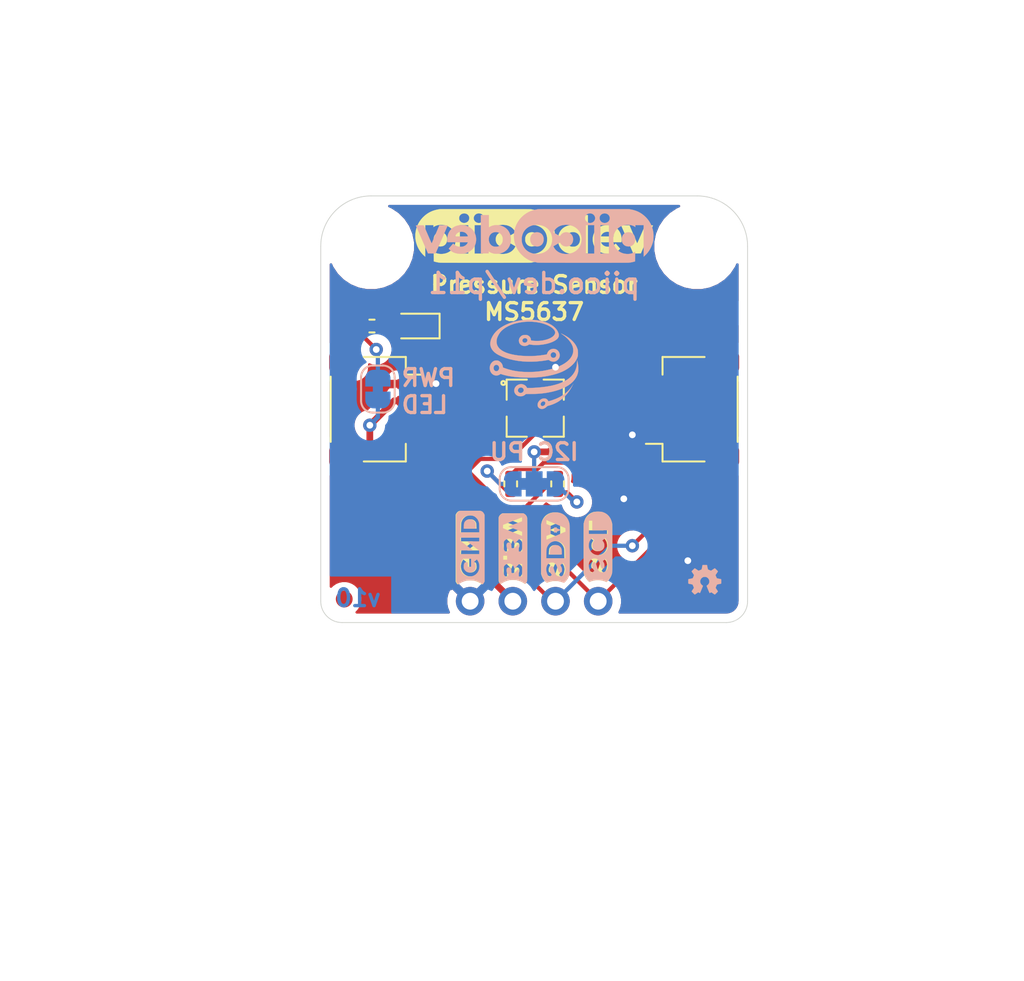
<source format=kicad_pcb>
(kicad_pcb (version 20171130) (host pcbnew "(5.1.8-44-gfd79c7ae46)-1")
  (title_block (title "PiicoDev Ambient Light Sensor VEML6030") (date 2021-03-23) (rev 10) (company "Core Electronics") (comment 1 "Designed at Core Electronics by Michael Ruppe") (comment 2 "PiicoDev and the PiicoDev logo are trademarks of Core Electronics Pty Ltd.") (comment 3 "License: CCASAv4.0 http://creativecommons.org/licenses/by-sa/4.0") (comment 4 "based off: https://www.sparkfun.com/products/15436"))
  (layers (0 F.Cu signal) (31 B.Cu signal) (34 B.Paste user) (35 F.Paste user) (36 B.SilkS user) (37 F.SilkS user) (38 B.Mask user) (39 F.Mask user) (44 Edge.Cuts user))
  (net 0 "")
  (net 1 +3V3)
  (net 2 GND)
  (net 3 "Net-(D1-Pad2)")
  (net 4 /SCL)
  (net 5 /SDA)
  (net 6 "Net-(JP1-Pad2)")
  (net 7 "Net-(JP3-Pad3)")
  (net 8 "Net-(JP3-Pad1)")
  (module CoreElectronics_Components:TE_MS5637 (layer F.Cu) (at 12.7635 12.6365)
    (fp_text reference U1 hide)
    (fp_text value MS5637)
    (pad 4 smd roundrect (at 1 -1) (size 1 1) (layers F.Cu F.Paste F.Mask) (net 2 GND))
    (pad 3 smd roundrect (at 1 1) (size 1 1) (layers F.Cu F.Paste F.Mask) (net 4 /SCL))
    (pad 1 smd rect (at -1 -1) (size 1 1) (layers F.Cu F.Paste F.Mask) (net 1 +3V3))
    (pad 2 smd roundrect (at -1 1) (size 1 1) (drill (offset 0.05 0)) (layers F.Cu F.Paste F.Mask) (net 5 /SDA))
  )
  (module Resistor_SMD:R_0402_1005Metric (layer F.Cu) (at 3.048 7.747)
    (fp_text reference R1 hide)
    (fp_text value 4k7 hide)
    (pad 2 smd roundrect (at 0.51 0) (size 0.54 0.64) (layers F.Cu F.Paste F.Mask) (net 3 "Net-(D1-Pad2)"))
    (pad 1 smd roundrect (at -0.51 0) (size 0.54 0.64) (layers F.Cu F.Paste F.Mask) (net 6 "Net-(JP1-Pad2)"))
  )
  (module CoreElectronics_Components:PiicoDev_header_4pin (layer B.Cu) (at 8.89 24.13 270)
    (fp_text reference J3)
    (fp_text value Conn_PiicoDev_header_01x04_Male)
    (pad 1 thru_hole circle (at 0 0 270) (size 1.7 1.7) (drill 1) (layers *.Cu *.Mask) (net 2 GND))
    (pad 2 thru_hole oval (at 0 -2.54 270) (size 1.7 1.7) (drill 1) (layers *.Cu *.Mask) (net 1 +3V3))
    (pad 3 thru_hole oval (at 0 -5.08 270) (size 1.7 1.7) (drill 1) (layers *.Cu *.Mask) (net 5 /SDA))
    (pad 4 thru_hole oval (at 0 -7.62 270) (size 1.7 1.7) (drill 1) (layers *.Cu *.Mask) (net 4 /SCL))
  )
  (module CoreElectronics_Artwork:CoreElectronics_logo_5mm (layer B.Cu) (at 12.7 10.033 180)
    (fp_text reference G1 hide)
    (fp_text value LOGO_CoreElectronics_no-text hide)
  )
  (module CoreElectronics_Components:MountingHole_2.7mm_M2.5_PadClearance_1.2 (layer F.Cu) (at 22.4 3)
    (fp_text reference H4 hide)
    (fp_text value MountingHole)
    (pad 1 np_thru_hole circle (at 0 0) (size 2.7 2.7) (drill 2.7) (layers *.Cu *.Mask))
  )
  (module CoreElectronics_Components:MountingHole_2.7mm_M2.5_PadClearance_1.2 (layer F.Cu) (at 3 3)
    (fp_text reference H1 hide)
    (fp_text value MountingHole)
    (pad 1 np_thru_hole circle (at 0 0) (size 2.7 2.7) (drill 2.7) (layers *.Cu *.Mask))
  )
  (module CoreElectronics_Artwork:piicodev_logo_14.2x3.4mm (layer B.Cu) (at 12.715953 2.4892 180)
    (fp_text reference G3 hide)
    (fp_text value LOGO_made-with-love hide)
  )
  (module CoreElectronics_Artwork:piicodev_logo_14.2x3.4mm (layer F.Cu) (at 12.715953 2.4892)
    (fp_text reference G2 hide)
    (fp_text value LOGO_piico hide)
  )
  (module Resistor_SMD:R_0402_1005Metric (layer F.Cu) (at 11.303 17.145 90)
    (fp_text reference R4 hide)
    (fp_text value 4k7 hide)
    (pad 2 smd roundrect (at 0.51 0 90) (size 0.54 0.64) (layers F.Cu F.Paste F.Mask) (net 5 /SDA))
    (pad 1 smd roundrect (at -0.51 0 90) (size 0.54 0.64) (layers F.Cu F.Paste F.Mask) (net 8 "Net-(JP3-Pad1)"))
  )
  (module Resistor_SMD:R_0402_1005Metric (layer F.Cu) (at 14.097 17.145 90)
    (fp_text reference R3 hide)
    (fp_text value 4k7 hide)
    (pad 2 smd roundrect (at 0.51 0 90) (size 0.54 0.64) (layers F.Cu F.Paste F.Mask) (net 4 /SCL))
    (pad 1 smd roundrect (at -0.51 0 90) (size 0.54 0.64) (layers F.Cu F.Paste F.Mask) (net 7 "Net-(JP3-Pad3)"))
  )
  (module CoreElectronics_Components:SolderJumper-3_P1.3mm_Closed_RoundedPad1.0x1.5mm_NumberLabels (layer B.Cu) (at 12.7 17.145)
    (fp_text reference JP3 hide)
    (fp_text value "I2C PU")
    (fp_poly (pts (xy 0.8 -0.3) (xy -0.8 -0.3) (xy -0.8 0.3) (xy 0.8 0.3)) (layer B.Cu) (width 0.1))
    (pad 1 smd custom (at -1.3 0) (size 1 0.5) (layers B.Cu B.Mask) (net 8 "Net-(JP3-Pad1)") (options (clearance outline) (anchor rect)) (primitives (gr_circle (center 0 -0.25) (end 0.5 -0.25) (width 0)) (gr_circle (center 0 0.25) (end 0.5 0.25) (width 0)) (gr_poly (pts (xy 0.55 0.75) (xy 0 0.75) (xy 0 -0.75) (xy 0.55 -0.75)) (width 0))))
    (pad 3 smd custom (at 1.3 0) (size 1 0.5) (layers B.Cu B.Mask) (net 7 "Net-(JP3-Pad3)") (options (clearance outline) (anchor rect)) (primitives (gr_circle (center 0 -0.25) (end 0.5 -0.25) (width 0)) (gr_circle (center 0 0.25) (end 0.5 0.25) (width 0)) (gr_poly (pts (xy -0.55 0.75) (xy 0 0.75) (xy 0 -0.75) (xy -0.55 -0.75)) (width 0))))
    (pad 2 smd rect (at 0 0) (size 1 1.5) (layers B.Cu B.Mask) (net 1 +3V3))
  )
  (module Fiducial:Fiducial_1mm_Mask2mm (layer F.Cu) (at 24.003 6.985)
    (fp_text reference FID2 hide)
    (fp_text value Fiducial)
    (pad "" smd circle (at 0 0) (size 1 1) (layers F.Cu F.Mask) (clearance 0.5))
  )
  (module Fiducial:Fiducial_1mm_Mask2mm (layer F.Cu) (at 1.397 24.003)
    (fp_text reference FID1 hide)
    (fp_text value Fiducial)
    (pad "" smd circle (at 0 0) (size 1 1) (layers F.Cu F.Mask) (clearance 0.5))
  )
  (module CoreElectronics_Logos:oshw (layer B.Cu) (at 22.86 22.86 180)
    (fp_text reference LOGO1 hide)
    (fp_text value Logo_Open_Hardware_Small hide)
  )
  (module Jumper:SolderJumper-2_P1.3mm_Bridged_RoundedPad1.0x1.5mm (layer B.Cu) (at 3.4 11.5 90)
    (fp_text reference JP1 hide)
    (fp_text value LED hide)
    (fp_poly (pts (xy 0.25 0.3) (xy -0.25 0.3) (xy -0.25 -0.3) (xy 0.25 -0.3)) (layer B.Cu) (width 0))
    (pad 1 smd custom (at -0.65 0 90) (size 1 0.5) (layers B.Cu B.Mask) (net 1 +3V3) (options (clearance outline) (anchor rect)) (primitives (gr_circle (center 0 -0.25) (end 0.5 -0.25) (width 0)) (gr_circle (center 0 0.25) (end 0.5 0.25) (width 0)) (gr_poly (pts (xy 0 0.75) (xy 0.5 0.75) (xy 0.5 -0.75) (xy 0 -0.75)) (width 0))))
    (pad 2 smd custom (at 0.65 0 90) (size 1 0.5) (layers B.Cu B.Mask) (net 6 "Net-(JP1-Pad2)") (options (clearance outline) (anchor rect)) (primitives (gr_circle (center 0 -0.25) (end 0.5 -0.25) (width 0)) (gr_circle (center 0 0.25) (end 0.5 0.25) (width 0)) (gr_poly (pts (xy 0 0.75) (xy -0.5 0.75) (xy -0.5 -0.75) (xy 0 -0.75)) (width 0))))
  )
  (module Connector_JST:JST_SH_SM04B-SRSS-TB_1x04-1MP_P1.00mm_Horizontal (layer F.Cu) (at 22.1234 12.7 90)
    (fp_text reference J2 hide)
    (fp_text value " " hide)
    (pad 1 smd roundrect (at -1.5 -2 90) (size 0.6 1.55) (layers F.Cu F.Paste F.Mask) (net 2 GND))
    (pad 2 smd roundrect (at -0.5 -2 90) (size 0.6 1.55) (layers F.Cu F.Paste F.Mask) (net 1 +3V3))
    (pad 3 smd roundrect (at 0.5 -2 90) (size 0.6 1.55) (layers F.Cu F.Paste F.Mask) (net 5 /SDA))
    (pad 4 smd roundrect (at 1.5 -2 90) (size 0.6 1.55) (layers F.Cu F.Paste F.Mask) (net 4 /SCL))
    (pad MP smd roundrect (at -2.8 1.875 90) (size 1.2 1.8) (layers F.Cu F.Paste F.Mask) (roundrect_rratio 0.2083325))
    (pad MP smd roundrect (at 2.8 1.875 90) (size 1.2 1.8) (layers F.Cu F.Paste F.Mask) (roundrect_rratio 0.2083325))
  )
  (module Connector_JST:JST_SH_SM04B-SRSS-TB_1x04-1MP_P1.00mm_Horizontal (layer F.Cu) (at 3.2766 12.7 270)
    (fp_text reference J1 hide)
    (fp_text value " " hide)
    (pad MP smd roundrect (at 2.8 1.875 270) (size 1.2 1.8) (layers F.Cu F.Paste F.Mask) (roundrect_rratio 0.2083325))
    (pad MP smd roundrect (at -2.8 1.875 270) (size 1.2 1.8) (layers F.Cu F.Paste F.Mask) (roundrect_rratio 0.2083325))
    (pad 4 smd roundrect (at 1.5 -2 270) (size 0.6 1.55) (layers F.Cu F.Paste F.Mask) (net 4 /SCL))
    (pad 3 smd roundrect (at 0.5 -2 270) (size 0.6 1.55) (layers F.Cu F.Paste F.Mask) (net 5 /SDA))
    (pad 2 smd roundrect (at -0.5 -2 270) (size 0.6 1.55) (layers F.Cu F.Paste F.Mask) (net 1 +3V3))
    (pad 1 smd roundrect (at -1.5 -2 270) (size 0.6 1.55) (layers F.Cu F.Paste F.Mask) (net 2 GND))
  )
  (module LED_SMD:LED_0603_1608Metric (layer F.Cu) (at 5.588 7.747 180)
    (fp_text reference D1 hide)
    (fp_text value LED hide)
    (pad 1 smd roundrect (at -0.7875 0 180) (size 0.875 0.95) (layers F.Cu F.Paste F.Mask) (net 2 GND))
    (pad 2 smd roundrect (at 0.7875 0 180) (size 0.875 0.95) (layers F.Cu F.Paste F.Mask) (net 3 "Net-(D1-Pad2)"))
  )
  (module Capacitor_SMD:C_0402_1005Metric (layer F.Cu) (at 12.192 10.16 180)
    (fp_text reference C1 hide)
    (fp_text value 100n hide)
    (pad 1 smd roundrect (at -0.485 0 180) (size 0.59 0.64) (layers F.Cu F.Paste F.Mask) (net 2 GND))
    (pad 2 smd roundrect (at 0.485 0 180) (size 0.59 0.64) (layers F.Cu F.Paste F.Mask) (net 1 +3V3))
  )
  (gr_arc (start 22.4 3) (end 25.4 3) (angle -90) (layer Edge.Cuts) (width 0.05))
  (gr_arc (start 3 3) (end 3 0) (angle -90) (layer Edge.Cuts) (width 0.05))
  (gr_arc (start 24.13 24.13) (end 24.13 25.4) (angle -90) (layer Edge.Cuts) (width 0.05))
  (gr_arc (start 1.27 24.13) (end 0 24.13) (angle -90) (layer Edge.Cuts) (width 0.05))
  (gr_line (start 24.13 25.4) (end 1.27 25.4) (layer Edge.Cuts) (width 0.05))
  (gr_line (start 25.4 3) (end 25.4 24.13) (layer Edge.Cuts) (width 0.05))
  (gr_line (start 3 0) (end 22.4 0) (layer Edge.Cuts) (width 0.05))
  (gr_line (start 0 24.13) (end 0 3) (layer Edge.Cuts) (width 0.05))
  (gr_text piico.dev/p11 (at 12.7 5.207) (layer B.SilkS) (effects (font (size 1.2 1.2) (thickness 0.2)) (justify mirror)))
  (gr_text "PWR\nLED" (at 4.699 11.6365) (layer B.SilkS) (effects (font (size 1 1) (thickness 0.2)) (justify right mirror)))
  (gr_text "I2C PU" (at 12.7 15.24) (layer B.SilkS) (effects (font (size 1 1) (thickness 0.2)) (justify mirror)))
  (gr_text v10 (at 3.683 23.9395) (layer B.Cu) (effects (font (size 1 1) (thickness 0.2)) (justify left mirror)))
  (gr_text "Pressure Sensor\nMS5637" (at 12.7 6.096) (layer F.SilkS) (effects (font (size 1 1) (thickness 0.2))))
  (segment (start 5.2766 12.2) (end 4.818 12.2) (width 0.25) (layer F.Cu) (net 1))
  (via (at 2.921008 13.6525) (size 0.8) (drill 0.4) (layers F.Cu B.Cu) (net 1))
  (segment (start 11.43 24.13) (end 2.921008 15.621008) (width 0.4) (layer F.Cu) (net 1))
  (segment (start 5.2766 12.2) (end 4.373508 12.2) (width 0.4) (layer F.Cu) (net 1))
  (segment (start 3.4 12.15) (end 3.4 13.173508) (width 0.25) (layer B.Cu) (net 1))
  (segment (start 3.4 13.173508) (end 2.921008 13.6525) (width 0.25) (layer B.Cu) (net 1))
  (segment (start 2.921008 15.621008) (end 2.921008 13.6525) (width 0.4) (layer F.Cu) (net 1))
  (segment (start 4.373508 12.2) (end 2.921008 13.6525) (width 0.4) (layer F.Cu) (net 1))
  (segment (start 11.2 12.2) (end 11.7635 11.6365) (width 0.4) (layer F.Cu) (net 1))
  (segment (start 5.2766 12.2) (end 11.2 12.2) (width 0.4) (layer F.Cu) (net 1))
  (segment (start 11.707 11.58) (end 11.7635 11.6365) (width 0.25) (layer F.Cu) (net 1))
  (segment (start 11.707 10.16) (end 11.707 11.58) (width 0.4) (layer F.Cu) (net 1))
  (segment (start 19.3484 13.2) (end 20.1234 13.2) (width 0.25) (layer F.Cu) (net 1))
  (segment (start 11.707 10.16) (end 11.707 9.84) (width 0.25) (layer F.Cu) (net 1))
  (segment (start 12.7 17.145) (end 12.7 15.24) (width 0.25) (layer B.Cu) (net 1))
  (via (at 12.7 15.24) (size 0.8) (drill 0.4) (layers F.Cu B.Cu) (net 1))
  (segment (start 13.594595 15.24) (end 12.7 15.24) (width 0.4) (layer F.Cu) (net 1))
  (segment (start 15.634595 13.2) (end 13.594595 15.24) (width 0.4) (layer F.Cu) (net 1))
  (segment (start 20.1234 13.2) (end 15.634595 13.2) (width 0.4) (layer F.Cu) (net 1))
  (segment (start 18.534 13.2) (end 19.3484 13.2) (width 0.4) (layer F.Cu) (net 1))
  (segment (start 14.478 9.144) (end 18.534 13.2) (width 0.4) (layer F.Cu) (net 1))
  (segment (start 12.192 9.144) (end 14.478 9.144) (width 0.4) (layer F.Cu) (net 1))
  (segment (start 11.707 9.629) (end 12.192 9.144) (width 0.4) (layer F.Cu) (net 1))
  (segment (start 11.707 9.84) (end 11.707 9.629) (width 0.4) (layer F.Cu) (net 1))
  (via (at 18.542 14.224) (size 0.8) (drill 0.4) (layers F.Cu B.Cu) (net 2))
  (segment (start 18.566 14.2) (end 18.542 14.224) (width 0.25) (layer F.Cu) (net 2))
  (segment (start 20.1234 14.2) (end 18.566 14.2) (width 0.25) (layer F.Cu) (net 2))
  (segment (start 5.2766 8.8459) (end 6.3755 7.747) (width 0.25) (layer F.Cu) (net 2))
  (segment (start 5.2766 11.2) (end 5.2766 8.8459) (width 0.25) (layer F.Cu) (net 2))
  (via (at 6.858 11.176) (size 0.8) (drill 0.4) (layers F.Cu B.Cu) (net 2))
  (segment (start 5.2766 11.2) (end 6.834 11.2) (width 0.25) (layer F.Cu) (net 2))
  (segment (start 6.834 11.2) (end 6.858 11.176) (width 0.25) (layer F.Cu) (net 2))
  (segment (start 13.7635 11.2465) (end 12.677 10.16) (width 0.4) (layer F.Cu) (net 2))
  (segment (start 13.7635 11.6365) (end 13.7635 11.2465) (width 0.25) (layer F.Cu) (net 2))
  (segment (start 12.677 10.16) (end 13.93199 10.16) (width 0.4) (layer F.Cu) (net 2))
  (via (at 13.97 10.19801) (size 0.8) (drill 0.4) (layers F.Cu B.Cu) (net 2))
  (segment (start 13.93199 10.16) (end 13.97 10.19801) (width 0.4) (layer F.Cu) (net 2))
  (via (at 21.844 21.717) (size 0.8) (drill 0.4) (layers F.Cu B.Cu) (net 2))
  (via (at 18.034 18.034) (size 0.8) (drill 0.4) (layers F.Cu B.Cu) (net 2))
  (segment (start 3.558 7.747) (end 4.8005 7.747) (width 0.25) (layer F.Cu) (net 3))
  (segment (start 6.58 14.2) (end 5.2766 14.2) (width 0.25) (layer F.Cu) (net 4))
  (segment (start 16.51 24.13) (end 11.557 19.177) (width 0.25) (layer F.Cu) (net 4))
  (segment (start 10.794 18.414) (end 10.668 18.288) (width 0.25) (layer F.Cu) (net 4))
  (segment (start 14.097 16.635) (end 12.318 18.414) (width 0.25) (layer F.Cu) (net 4))
  (segment (start 12.318 18.414) (end 12.318 18.416) (width 0.25) (layer F.Cu) (net 4))
  (segment (start 12.318 18.416) (end 11.557 19.177) (width 0.25) (layer F.Cu) (net 4))
  (segment (start 11.557 19.177) (end 10.668 18.288) (width 0.25) (layer F.Cu) (net 4))
  (segment (start 21.844 18.796) (end 16.51 24.13) (width 0.25) (layer F.Cu) (net 4))
  (segment (start 21.844 11.938) (end 21.844 18.796) (width 0.25) (layer F.Cu) (net 4))
  (segment (start 21.106 11.2) (end 21.844 11.938) (width 0.25) (layer F.Cu) (net 4))
  (segment (start 20.1234 11.2) (end 21.106 11.2) (width 0.25) (layer F.Cu) (net 4))
  (segment (start 9.488001 15.657999) (end 8.763 16.383) (width 0.25) (layer F.Cu) (net 4))
  (segment (start 11.242001 15.657999) (end 9.488001 15.657999) (width 0.25) (layer F.Cu) (net 4))
  (segment (start 13.2635 13.6365) (end 11.242001 15.657999) (width 0.25) (layer F.Cu) (net 4))
  (segment (start 8.763 16.383) (end 6.58 14.2) (width 0.25) (layer F.Cu) (net 4))
  (segment (start 13.7635 13.6365) (end 13.2635 13.6365) (width 0.25) (layer F.Cu) (net 4))
  (segment (start 10.668 18.288) (end 8.763 16.383) (width 0.25) (layer F.Cu) (net 4))
  (segment (start 17.271975 20.828025) (end 18.541993 20.828025) (width 0.25) (layer B.Cu) (net 5))
  (segment (start 13.97 24.13) (end 17.271975 20.828025) (width 0.25) (layer B.Cu) (net 5))
  (via (at 18.541993 20.828025) (size 0.8) (drill 0.4) (layers F.Cu B.Cu) (net 5))
  (segment (start 21.09 12.2) (end 20.1234 12.2) (width 0.25) (layer F.Cu) (net 5))
  (segment (start 21.2725 12.3825) (end 21.09 12.2) (width 0.25) (layer F.Cu) (net 5))
  (segment (start 18.541993 20.828025) (end 21.2725 18.097518) (width 0.25) (layer F.Cu) (net 5))
  (segment (start 12.8905 16.256) (end 13.2715 15.875) (width 0.25) (layer F.Cu) (net 5))
  (segment (start 11.682 16.256) (end 12.8905 16.256) (width 0.25) (layer F.Cu) (net 5))
  (segment (start 11.303 16.635) (end 11.682 16.256) (width 0.25) (layer F.Cu) (net 5))
  (segment (start 5.2766 13.2) (end 4.5016 13.2) (width 0.25) (layer F.Cu) (net 5))
  (segment (start 4.5016 13.2) (end 4.17659 13.52501) (width 0.25) (layer F.Cu) (net 5))
  (segment (start 4.17659 13.52501) (end 4.17659 14.546758) (width 0.25) (layer F.Cu) (net 5))
  (segment (start 13.759832 24.13) (end 13.97 24.13) (width 0.25) (layer F.Cu) (net 5))
  (segment (start 4.17659 14.546758) (end 13.759832 24.13) (width 0.25) (layer F.Cu) (net 5))
  (segment (start 13.2715 15.875) (end 21.2725 15.875) (width 0.25) (layer F.Cu) (net 5))
  (segment (start 21.2725 15.875) (end 21.2725 12.3825) (width 0.25) (layer F.Cu) (net 5))
  (segment (start 21.2725 18.097518) (end 21.2725 15.875) (width 0.25) (layer F.Cu) (net 5))
  (segment (start 11.327 13.2) (end 11.7635 13.6365) (width 0.25) (layer F.Cu) (net 5))
  (segment (start 5.2766 13.2) (end 11.327 13.2) (width 0.25) (layer F.Cu) (net 5))
  (via (at 3.302014 9.144) (size 0.8) (drill 0.4) (layers F.Cu B.Cu) (net 6))
  (segment (start 3.4 10.85) (end 3.4 9.241986) (width 0.25) (layer B.Cu) (net 6))
  (segment (start 3.4 9.241986) (end 3.302014 9.144) (width 0.25) (layer B.Cu) (net 6))
  (segment (start 2.538 7.747) (end 2.538 8.379986) (width 0.25) (layer F.Cu) (net 6))
  (segment (start 2.538 8.379986) (end 3.302014 9.144) (width 0.25) (layer F.Cu) (net 6))
  (via (at 15.24 18.219849) (size 0.8) (drill 0.4) (layers F.Cu B.Cu) (net 7))
  (segment (start 15.074849 18.219849) (end 15.24 18.219849) (width 0.25) (layer B.Cu) (net 7))
  (segment (start 14 17.145) (end 15.074849 18.219849) (width 0.25) (layer B.Cu) (net 7))
  (segment (start 14.675151 17.655) (end 15.24 18.219849) (width 0.25) (layer F.Cu) (net 7))
  (segment (start 14.097 17.655) (end 14.675151 17.655) (width 0.25) (layer F.Cu) (net 7))
  (via (at 9.906 16.383) (size 0.8) (drill 0.4) (layers F.Cu B.Cu) (net 8))
  (segment (start 10.031 16.383) (end 9.906 16.383) (width 0.25) (layer F.Cu) (net 8))
  (segment (start 11.178 17.655) (end 9.906 16.383) (width 0.25) (layer F.Cu) (net 8))
  (segment (start 11.303 17.655) (end 11.178 17.655) (width 0.25) (layer F.Cu) (net 8))
  (segment (start 10.668 17.145) (end 9.906 16.383) (width 0.25) (layer B.Cu) (net 8))
  (segment (start 11.4 17.145) (end 10.668 17.145) (width 0.25) (layer B.Cu) (net 8))
  (zone (net 2) (net_name GND) (layer B.Cu) (connect_pads (clearance 0.508)) (min_thickness 0.15) (fill yes (arc_segments 32) (thermal_gap 0.508) (thermal_bridge_width 0.508))
    (polygon (pts (xy 23.622 0.254) (xy 24.384 0.762) (xy 25.019 1.524) (xy 25.4 2.667) (xy 25.4 3.429) (xy 25.4 4.826) (xy 25.4 7.5) (xy 25.4 22.5298) (xy 25.4 23.876) (xy 25.3365 24.384) (xy 25.019 24.892) (xy 24.511 25.273) (xy 24.003 25.4) (xy 22.5044 25.4) (xy 1.778 25.4) (xy 1.0795 25.3365) (xy 0.4445 24.9555) (xy 0.0635 24.3205) (xy 0 23.876) (xy 0 22.4028) (xy 0 3.1242) (xy 0.0762 2.3368) (xy 0.4318 1.4732) (xy 0.9398 0.8382) (xy 1.6256 0.3556) (xy 2.4384 0.0508) (xy 3.048 0) (xy 22.606 0)))
  )
  (zone (net 2) (net_name GND) (layer F.Cu) (connect_pads (clearance 0.508)) (min_thickness 0.15) (fill yes (arc_segments 32) (thermal_gap 0.508) (thermal_bridge_width 0.508))
    (polygon (pts (xy 23.622 0.254) (xy 24.384 0.762) (xy 25.019 1.524) (xy 25.4 2.667) (xy 25.4 3.429) (xy 25.4 4.826) (xy 25.4 7.5) (xy 25.4 22.5298) (xy 25.4 23.876) (xy 25.3365 24.384) (xy 25.019 24.892) (xy 24.511 25.273) (xy 24.003 25.4) (xy 22.5044 25.4) (xy 1.778 25.4) (xy 1.0795 25.3365) (xy 0.4445 24.9555) (xy 0.0635 24.3205) (xy 0 23.876) (xy 0 22.4028) (xy 0 3.1242) (xy 0.0762 2.3368) (xy 0.4318 1.4732) (xy 0.9398 0.8382) (xy 1.6256 0.3556) (xy 2.4384 0.0508) (xy 3.048 0) (xy 22.606 0)))
  )
)
</source>
